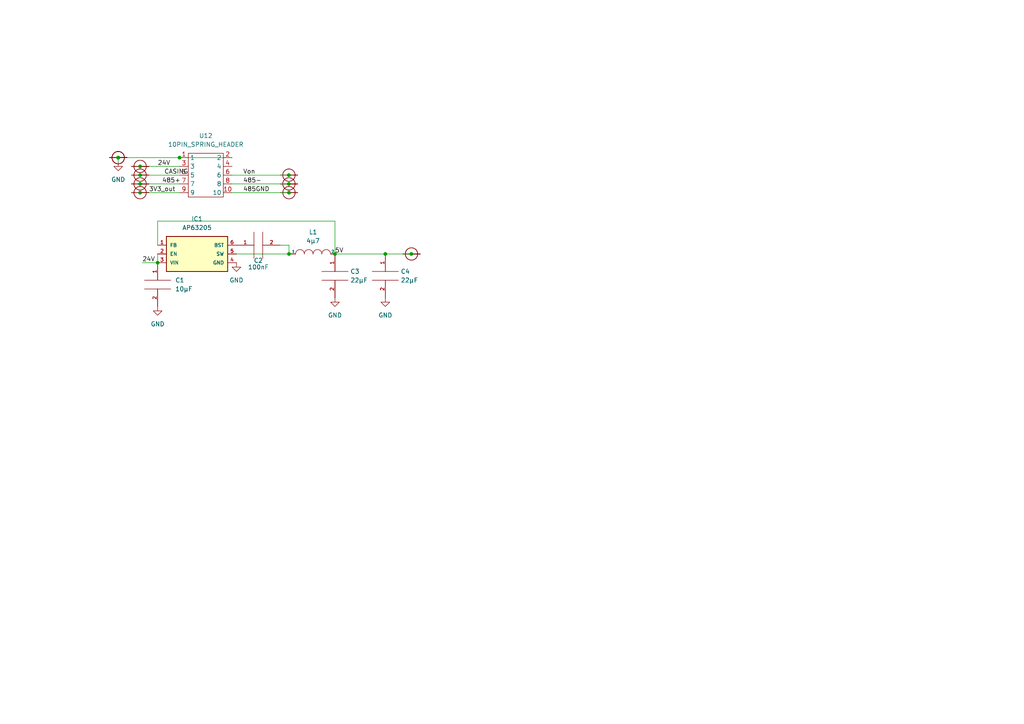
<source format=kicad_sch>
(kicad_sch (version 20211123) (generator eeschema)
  (paper "A4")
  (lib_symbols
    (symbol "HOLE_1" (pin_numbers hide) (pin_names (offset 0) hide)
      (symbol "HOLE_1_0_1"
        (polyline (pts (xy 0 0) (xy -2.54 0)))
        (circle (center 0 0) (radius 1.7961))
      )
      (symbol "HOLE_1_1_1"
        (pin input line (at 0 0 0) (length 2.54) (name "1") (number "1"))
      )
    )
    (symbol "HOLE_3" (pin_numbers hide) (pin_names (offset 0) hide)
      (symbol "HOLE_3_0_1"
        (polyline (pts (xy 0 0) (xy -2.54 0)))
        (circle (center 0 0) (radius 1.7961))
      )
      (symbol "HOLE_3_1_1"
        (pin input line (at 0 0 0) (length 2.54) (name "1") (number "1"))
      )
    )
    (symbol "RobotiqWristCoupling:10PIN_SPRING_HEADER"
      (property "Reference" "U" (at -5.08 17.78 0))
      (property "Value" "10PIN_SPRING_HEADER" (at 5.08 15.24 0))
      (symbol "10PIN_SPRING_HEADER_0_1"
        (polyline (pts (xy 0 0) (xy 0 12.7) (xy 10.16 12.7) (xy 10.16 0) (xy 0 0)))
      )
      (symbol "10PIN_SPRING_HEADER_1_1"
        (pin input line (at -2.54 11.43 0) (length 2.54) (name "1") (number "1"))
        (pin input line (at 12.7 1.27 180) (length 2.54) (name "10") (number "10"))
        (pin input line (at 12.7 11.43 180) (length 2.54) (name "2") (number "2"))
        (pin input line (at -2.54 8.89 0) (length 2.54) (name "3") (number "3"))
        (pin input line (at 12.7 8.89 180) (length 2.54) (name "4") (number "4"))
        (pin input line (at -2.54 6.35 0) (length 2.54) (name "5") (number "5"))
        (pin input line (at 12.7 6.35 180) (length 2.54) (name "6") (number "6"))
        (pin input line (at -2.54 3.81 0) (length 2.54) (name "7") (number "7"))
        (pin input line (at 12.7 3.81 180) (length 2.54) (name "8") (number "8"))
        (pin input line (at -2.54 1.27 0) (length 2.54) (name "9") (number "9"))
      )
    )
    (symbol "RobotiqWristCoupling:AP63205" (pin_names (offset 1.016))
      (property "Reference" "IC" (at 0 6.35 0))
      (property "Value" "AP63205" (at 0 -6.35 0))
      (symbol "AP63205_0_0"
        (rectangle (start -8.89 -5.08) (end 8.89 5.08) (stroke (width 0.254)) (fill (type background)))
        (pin bidirectional line (at -11.43 2.54 0) (length 2.54) (name "FB") (number "1"))
        (pin bidirectional line (at -11.43 0 0) (length 2.54) (name "EN") (number "2"))
        (pin bidirectional line (at -11.43 -2.54 0) (length 2.54) (name "VIN") (number "3"))
        (pin bidirectional line (at 11.43 -2.54 180) (length 2.54) (name "GND") (number "4"))
        (pin bidirectional line (at 11.43 0 180) (length 2.54) (name "SW") (number "5"))
        (pin bidirectional line (at 11.43 2.54 180) (length 2.54) (name "BST") (number "6"))
      )
    )
    (symbol "power:GND" (power) (pin_names (offset 0))
      (property "Value" "GND" (at 0 -3.81 0))
      (symbol "GND_0_1"
        (polyline (pts (xy 0 0) (xy 0 -1.27) (xy 1.27 -1.27) (xy 0 -2.54) (xy -1.27 -1.27) (xy 0 -1.27)))
      )
      (symbol "GND_1_1"
        (pin power_in line (at 0 0 270) (length 0) hide (name "GND") (number "1"))
      )
    )
    (symbol "pspice:CAP" (pin_names (offset 0.254))
      (property "Reference" "C" (at 2.54 3.81 90))
      (property "Value" "CAP" (at 2.54 -3.81 90))
      (symbol "CAP_0_1"
        (polyline (pts (xy -3.81 -1.27) (xy 3.81 -1.27)))
        (polyline (pts (xy -3.81 1.27) (xy 3.81 1.27)))
      )
      (symbol "CAP_1_1"
        (pin passive line (at 0 6.35 270) (length 5.08) (name "~") (number "1"))
        (pin passive line (at 0 -6.35 90) (length 5.08) (name "~") (number "2"))
      )
    )
    (symbol "pspice:INDUCTOR" (pin_numbers hide) (pin_names (offset 0))
      (property "Reference" "L" (at 0 2.54 0))
      (property "Value" "INDUCTOR" (at 0 -1.27 0))
      (symbol "INDUCTOR_0_1"
        (arc (start -2.54 0) (mid -3.81 1.27) (end -5.08 0))
        (arc (start 0 0) (mid -1.27 1.27) (end -2.54 0))
        (arc (start 2.54 0) (mid 1.27 1.27) (end 0 0))
        (arc (start 5.08 0) (mid 3.81 1.27) (end 2.54 0))
      )
      (symbol "INDUCTOR_1_1"
        (pin input line (at -6.35 0 0) (length 1.27) (name "1") (number "1"))
        (pin input line (at 6.35 0 180) (length 1.27) (name "2") (number "2"))
      )
    )
  )
  (junction (at 83.82 55.88))
  (junction (at 40.64 55.88))
  (junction (at 111.76 73.66))
  (junction (at 40.64 48.26))
  (junction (at 83.781 53.34))
  (junction (at 83.781 50.8))
  (junction (at 119.3086 73.66))
  (junction (at 45.72 76.2))
  (junction (at 40.64 50.8))
  (junction (at 97.155 73.66))
  (junction (at 40.64 53.34))
  (junction (at 83.82 73.66))
  (junction (at 52.07 45.72))
  (junction (at 34.29 45.72))
  (junction (at 34.29 45.7415))
  (wire (pts (xy 97.155 64.135) (xy 97.155 73.66)))
  (wire (pts (xy 40.64 50.8) (xy 52.07 50.8)))
  (wire (pts (xy 34.29 46.99) (xy 34.29 45.7415)))
  (wire (pts (xy 83.781 53.34) (xy 83.82 53.34)))
  (wire (pts (xy 67.31 53.34) (xy 83.781 53.34)))
  (wire (pts (xy 34.29 45.7415) (xy 34.29 45.72)))
  (wire (pts (xy 111.76 73.66) (xy 119.3086 73.66)))
  (wire (pts (xy 40.64 53.34) (xy 52.07 53.34)))
  (wire (pts (xy 119.38 73.66) (xy 119.3086 73.66)))
  (wire (pts (xy 45.72 64.135) (xy 97.155 64.135)))
  (wire (pts (xy 83.82 71.12) (xy 83.82 73.66)))
  (wire (pts (xy 52.07 45.72) (xy 67.31 45.72)))
  (wire (pts (xy 45.72 71.12) (xy 45.72 64.135)))
  (wire (pts (xy 41.275 76.2) (xy 45.72 76.2)))
  (wire (pts (xy 83.82 50.8) (xy 83.781 50.8)))
  (wire (pts (xy 97.155 73.66) (xy 111.76 73.66)))
  (wire (pts (xy 40.64 48.26) (xy 52.07 48.26)))
  (wire (pts (xy 67.31 55.88) (xy 83.82 55.88)))
  (wire (pts (xy 34.29 45.72) (xy 52.07 45.72)))
  (wire (pts (xy 81.28 71.12) (xy 83.82 71.12)))
  (wire (pts (xy 83.781 50.8) (xy 67.31 50.8)))
  (wire (pts (xy 40.64 55.88) (xy 52.07 55.88)))
  (wire (pts (xy 84.455 73.66) (xy 83.82 73.66)))
  (wire (pts (xy 45.72 73.66) (xy 45.72 76.2)))
  (wire (pts (xy 83.82 73.66) (xy 68.58 73.66)))
  (label "5V" (at 97.155 73.66 0))
  (label "Von" (at 70.485 50.8 0))
  (label "24V" (at 45.72 48.26 0))
  (label "24V" (at 41.275 76.2 0))
  (label "485GND" (at 70.485 55.88 0))
  (label "485-" (at 70.485 53.34 0))
  (label "CASING" (at 47.625 50.8 0))
  (label "485+" (at 46.99 53.34 0))
  (label "3V3_out" (at 43.18 55.88 0))
  (symbol (lib_id "pspice:CAP") (at 74.93 71.12 90) (unit 1)
    (property "Reference" "C2" (at 74.93 75.565 90))
    (property "Value" "100nF" (at 74.93 77.47 90))
    (property "Footprint" "Capacitor_SMD:C_0603_1608Metric" (effects hide))
  )
  (symbol (lib_name "HOLE_3") (lib_id "RobotiqWristCoupling:HOLE") (at 34.29 45.72 0) (unit 1)
    (property "Reference" "U1" (effects hide))
    (property "Value" "HOLE" (effects hide))
    (property "Footprint" "RobotiqWristCoupling:HOLE" (effects hide))
  )
  (symbol (lib_name "HOLE_1") (lib_id "RobotiqWristCoupling:HOLE") (at 40.64 53.34 0) (unit 1)
    (property "Reference" "U8" (effects hide))
    (property "Value" "HOLE" (effects hide))
    (property "Footprint" "RobotiqWristCoupling:HOLE" (effects hide))
  )
  (symbol (lib_id "power:GND") (at 34.29 46.99 0) (unit 1)
    (property "Reference" "#PWR01" (effects hide))
    (property "Value" "GND" (at 34.29 52.07 0))
  )
  (symbol (lib_name "HOLE_1") (lib_id "RobotiqWristCoupling:HOLE") (at 40.64 55.88 0) (unit 1)
    (property "Reference" "U10" (effects hide))
    (property "Value" "HOLE" (effects hide))
    (property "Footprint" "RobotiqWristCoupling:HOLE" (effects hide))
  )
  (symbol (lib_id "power:GND") (at 68.58 76.2 0) (unit 1)
    (property "Reference" "#PWR03" (effects hide))
    (property "Value" "GND" (at 68.58 81.28 0))
  )
  (symbol (lib_id "pspice:INDUCTOR") (at 90.805 73.66 0) (unit 1)
    (property "Reference" "L1" (at 90.805 67.31 0))
    (property "Value" "4µ7" (at 90.805 69.85 0))
    (property "Footprint" "Inductor_SMD:L_0603_1608Metric" (effects hide))
  )
  (symbol (lib_name "HOLE_1") (lib_id "RobotiqWristCoupling:HOLE") (at 83.781 53.34 0) (unit 1)
    (property "Reference" "U14" (effects hide))
    (property "Value" "HOLE" (effects hide))
    (property "Footprint" "RobotiqWristCoupling:HOLE" (effects hide))
  )
  (symbol (lib_id "RobotiqWristCoupling:10PIN_SPRING_HEADER") (at 54.61 57.15 0) (unit 1)
    (property "Reference" "U12" (at 59.69 39.37 0))
    (property "Value" "10PIN_SPRING_HEADER" (at 59.69 41.91 0))
    (property "Footprint" "RobotiqWristCoupling:10PIN_SPRING_HEADER" (effects hide))
  )
  (symbol (lib_name "HOLE_1") (lib_id "RobotiqWristCoupling:HOLE") (at 119.3086 73.66 0) (unit 1)
    (property "Reference" "U21" (effects hide))
    (property "Value" "HOLE" (effects hide))
    (property "Footprint" "RobotiqWristCoupling:HOLE" (effects hide))
  )
  (symbol (lib_name "HOLE_3") (lib_id "RobotiqWristCoupling:HOLE") (at 34.29 45.72 0) (unit 1)
    (property "Reference" "U2" (effects hide))
    (property "Value" "HOLE" (effects hide))
    (property "Footprint" "RobotiqWristCoupling:HOLE" (effects hide))
  )
  (symbol (lib_name "HOLE_1") (lib_id "RobotiqWristCoupling:HOLE") (at 83.781 50.8 0) (unit 1)
    (property "Reference" "U13" (effects hide))
    (property "Value" "HOLE" (effects hide))
    (property "Footprint" "RobotiqWristCoupling:HOLE" (effects hide))
  )
  (symbol (lib_id "RobotiqWristCoupling:AP63205") (at 57.15 73.66 0) (unit 1)
    (property "Reference" "IC1" (at 57.15 63.5 0))
    (property "Value" "AP63205" (at 57.15 66.04 0))
    (property "Footprint" "RobotiqWristCoupling:TSOT23-6" (effects hide))
  )
  (symbol (lib_name "HOLE_1") (lib_id "RobotiqWristCoupling:HOLE") (at 83.82 53.34 0) (unit 1)
    (property "Reference" "U18" (effects hide))
    (property "Value" "HOLE" (effects hide))
    (property "Footprint" "RobotiqWristCoupling:HOLE" (effects hide))
  )
  (symbol (lib_name "HOLE_3") (lib_id "RobotiqWristCoupling:HOLE") (at 34.29 45.72 0) (unit 1)
    (property "Reference" "U3" (effects hide))
    (property "Value" "HOLE" (effects hide))
    (property "Footprint" "RobotiqWristCoupling:HOLE" (effects hide))
  )
  (symbol (lib_name "HOLE_1") (lib_id "RobotiqWristCoupling:HOLE") (at 40.64 50.8 0) (unit 1)
    (property "Reference" "U6" (effects hide))
    (property "Value" "HOLE" (effects hide))
    (property "Footprint" "RobotiqWristCoupling:HOLE" (effects hide))
  )
  (symbol (lib_name "HOLE_1") (lib_id "RobotiqWristCoupling:HOLE") (at 83.82 50.8 0) (unit 1)
    (property "Reference" "U17" (effects hide))
    (property "Value" "HOLE" (effects hide))
    (property "Footprint" "RobotiqWristCoupling:HOLE" (effects hide))
  )
  (symbol (lib_name "HOLE_1") (lib_id "RobotiqWristCoupling:HOLE") (at 34.29 45.7415 0) (unit 1)
    (property "Reference" "U5" (effects hide))
    (property "Value" "HOLE" (effects hide))
    (property "Footprint" "RobotiqWristCoupling:HOLE" (effects hide))
  )
  (symbol (lib_name "HOLE_1") (lib_id "RobotiqWristCoupling:HOLE") (at 119.38 73.66 0) (unit 1)
    (property "Reference" "U22" (effects hide))
    (property "Value" "HOLE" (effects hide))
    (property "Footprint" "RobotiqWristCoupling:HOLE" (effects hide))
  )
  (symbol (lib_name "HOLE_3") (lib_id "RobotiqWristCoupling:HOLE") (at 34.29 45.72 0) (unit 1)
    (property "Reference" "U4" (effects hide))
    (property "Value" "HOLE" (effects hide))
    (property "Footprint" "RobotiqWristCoupling:HOLE" (effects hide))
  )
  (symbol (lib_id "power:GND") (at 97.155 86.36 0) (unit 1)
    (property "Reference" "#PWR04" (effects hide))
    (property "Value" "GND" (at 97.155 91.44 0))
  )
  (symbol (lib_name "HOLE_1") (lib_id "RobotiqWristCoupling:HOLE") (at 40.64 48.26 0) (unit 1)
    (property "Reference" "U15" (effects hide))
    (property "Value" "HOLE" (effects hide))
    (property "Footprint" "RobotiqWristCoupling:HOLE" (effects hide))
  )
  (symbol (lib_name "HOLE_1") (lib_id "RobotiqWristCoupling:HOLE") (at 40.64 50.8 0) (unit 1)
    (property "Reference" "U7" (effects hide))
    (property "Value" "HOLE" (effects hide))
    (property "Footprint" "RobotiqWristCoupling:HOLE" (effects hide))
  )
  (symbol (lib_name "HOLE_1") (lib_id "RobotiqWristCoupling:HOLE") (at 83.82 55.88 0) (unit 1)
    (property "Reference" "U19" (effects hide))
    (property "Value" "HOLE" (effects hide))
    (property "Footprint" "RobotiqWristCoupling:HOLE" (effects hide))
  )
  (symbol (lib_name "HOLE_1") (lib_id "RobotiqWristCoupling:HOLE") (at 40.64 53.34 0) (unit 1)
    (property "Reference" "U9" (effects hide))
    (property "Value" "HOLE" (effects hide))
    (property "Footprint" "RobotiqWristCoupling:HOLE" (effects hide))
  )
  (symbol (lib_id "pspice:CAP") (at 45.72 82.55 0) (unit 1)
    (property "Reference" "C1" (at 50.8 81.2799 0) (effects (justify left)))
    (property "Value" "10µF" (at 50.8 83.8199 0) (effects (justify left)))
    (property "Footprint" "Capacitor_SMD:C_0603_1608Metric" (effects hide))
  )
  (symbol (lib_id "power:GND") (at 45.72 88.9 0) (unit 1)
    (property "Reference" "#PWR02" (effects hide))
    (property "Value" "GND" (at 45.72 93.98 0))
  )
  (symbol (lib_name "HOLE_1") (lib_id "RobotiqWristCoupling:HOLE") (at 40.64 55.88 0) (unit 1)
    (property "Reference" "U11" (effects hide))
    (property "Value" "HOLE" (effects hide))
    (property "Footprint" "RobotiqWristCoupling:HOLE" (effects hide))
  )
  (symbol (lib_id "pspice:CAP") (at 97.155 80.01 0) (unit 1)
    (property "Reference" "C3" (at 101.6 78.7399 0) (effects (justify left)))
    (property "Value" "22µF" (at 101.6 81.2799 0) (effects (justify left)))
    (property "Footprint" "Capacitor_SMD:C_0805_2012Metric" (effects hide))
  )
  (symbol (lib_name "HOLE_1") (lib_id "RobotiqWristCoupling:HOLE") (at 40.64 48.26 0) (unit 1)
    (property "Reference" "U16" (effects hide))
    (property "Value" "HOLE" (effects hide))
    (property "Footprint" "RobotiqWristCoupling:HOLE" (effects hide))
  )
  (symbol (lib_id "power:GND") (at 111.76 86.36 0) (unit 1)
    (property "Reference" "#PWR05" (effects hide))
    (property "Value" "GND" (at 111.76 91.44 0))
  )
  (symbol (lib_id "pspice:CAP") (at 111.76 80.01 0) (unit 1)
    (property "Reference" "C4" (at 116.205 78.7399 0) (effects (justify left)))
    (property "Value" "22µF" (at 116.205 81.2799 0) (effects (justify left)))
    (property "Footprint" "Capacitor_SMD:C_0805_2012Metric" (effects hide))
  )
  (symbol (lib_name "HOLE_1") (lib_id "RobotiqWristCoupling:HOLE") (at 83.82 55.88 0) (unit 1)
    (property "Reference" "U20" (effects hide))
    (property "Value" "HOLE" (effects hide))
    (property "Footprint" "RobotiqWristCoupling:HOLE" (effects hide))
  )
)
</source>
